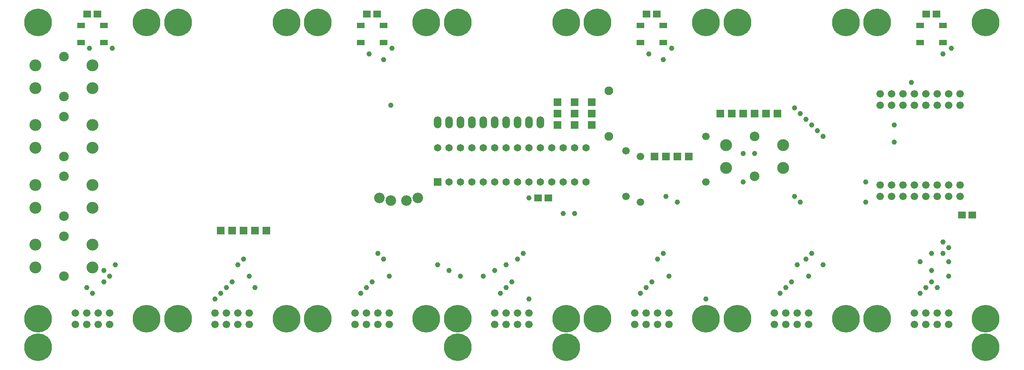
<source format=gbr>
G04 DesignSpark PCB Gerber Version 11.0 Build 5877*
%FSLAX35Y35*%
%MOIN*%
%ADD83O,0.06600X0.10600*%
%ADD80R,0.06500X0.06500*%
%ADD84R,0.06600X0.06600*%
%ADD18C,0.04600*%
%ADD81C,0.06500*%
%ADD71C,0.06600*%
%ADD126C,0.07687*%
%ADD97C,0.08474*%
%ADD98C,0.09261*%
%ADD82C,0.10443*%
%ADD70C,0.24222*%
%ADD90R,0.06899X0.04537*%
%ADD85R,0.06600X0.06100*%
X0Y0D02*
D02*
D18*
X60600Y70600D03*
X63100Y280600D03*
X65600Y65600D03*
X75600Y75600D03*
Y85600D03*
X80600Y80600D03*
X83100Y280600D03*
X85600Y90600D03*
X173100Y60600D03*
X178100Y65600D03*
D03*
X183100Y70600D03*
X188100Y75600D03*
X193100Y90600D03*
X198100Y95600D03*
X203100Y80600D03*
X208100Y70600D03*
X300600Y65600D03*
X305600Y70600D03*
X308100Y275600D03*
X310600Y75600D03*
X315600Y100600D03*
X320600Y95600D03*
Y270600D03*
X325600Y80600D03*
X326850Y230600D03*
X328100Y280600D03*
X368100Y90600D03*
X378100Y85600D03*
X388100Y80600D03*
X408100D03*
X418100Y85600D03*
X423100Y65600D03*
X428100Y70600D03*
Y90600D03*
X433100Y75600D03*
X438100Y95600D03*
X443100Y100600D03*
X448100Y60600D03*
Y149350D03*
X478100Y135600D03*
X488100D03*
X545600Y65600D03*
X550600Y70600D03*
X553100Y275600D03*
X555600Y75600D03*
X560600Y95600D03*
X565600Y100600D03*
Y270600D03*
X568100Y150600D03*
X570600Y80600D03*
X573100Y280600D03*
X578100Y145600D03*
X603100Y60600D03*
X635600Y163100D03*
Y188100D03*
X645600D03*
X668100Y65600D03*
X673100Y70600D03*
X678100Y75600D03*
X680600Y150600D03*
Y228100D03*
X683100Y90600D03*
X685600Y145600D03*
Y223100D03*
X690600Y95600D03*
Y218100D03*
X693100Y80600D03*
X695600Y100600D03*
Y213100D03*
X700600Y208100D03*
X705600Y90600D03*
Y203100D03*
X743100Y145600D03*
Y163100D03*
X768100Y198100D03*
Y213100D03*
X783100Y250600D03*
X790600Y65600D03*
Y93100D03*
X795600Y70600D03*
X800600Y75600D03*
Y85600D03*
Y100600D03*
X805600Y70600D03*
X810600Y100600D03*
Y110600D03*
Y275600D03*
X815600Y80600D03*
Y93100D03*
Y105600D03*
X818100Y280600D03*
D02*
D70*
X18100Y18100D03*
Y43100D03*
Y303100D03*
X113100Y43100D03*
Y303100D03*
X140600Y43100D03*
Y303100D03*
X235600Y43100D03*
Y303100D03*
X263100Y43100D03*
Y303100D03*
X358100Y43100D03*
Y303100D03*
X385600Y18100D03*
Y43100D03*
Y303100D03*
X480600Y18100D03*
Y43100D03*
Y303100D03*
X508100Y43100D03*
Y303100D03*
X603100Y43100D03*
Y303100D03*
X630600Y43100D03*
Y303100D03*
X725600Y43100D03*
Y303100D03*
X753100Y43100D03*
Y303100D03*
X848100Y18100D03*
Y43100D03*
Y303100D03*
D02*
D71*
X50600Y38100D03*
Y48100D03*
X60600Y38100D03*
Y48100D03*
X70600Y38100D03*
Y48100D03*
X80600Y38100D03*
Y48100D03*
X173100Y38100D03*
Y48100D03*
X183100Y38100D03*
Y48100D03*
X193100Y38100D03*
Y48100D03*
X203100Y38100D03*
Y48100D03*
X295600Y38100D03*
Y48100D03*
X305600Y38100D03*
Y48100D03*
X315600Y38100D03*
Y48100D03*
X325600Y38100D03*
Y48100D03*
X418100Y38100D03*
Y48100D03*
X428100Y38100D03*
Y48100D03*
X438100Y38100D03*
Y48100D03*
X448100Y38100D03*
Y48100D03*
X533100Y150600D03*
Y190600D03*
X540600Y38100D03*
Y48100D03*
X545600Y145600D03*
Y185600D03*
X550600Y38100D03*
Y48100D03*
X560600Y38100D03*
Y48100D03*
X570600Y38100D03*
Y48100D03*
X603100Y163100D03*
Y203100D03*
X663100Y38100D03*
Y48100D03*
X673100Y38100D03*
Y48100D03*
X683100Y38100D03*
Y48100D03*
X693100Y38100D03*
Y48100D03*
X755600Y150600D03*
Y160600D03*
Y230600D03*
Y240600D03*
X765600Y150600D03*
Y160600D03*
Y230600D03*
Y240600D03*
X775600Y150600D03*
Y160600D03*
Y230600D03*
Y240600D03*
X785600Y38100D03*
Y48100D03*
Y150600D03*
Y160600D03*
Y230600D03*
Y240600D03*
X795600Y38100D03*
Y48100D03*
Y150600D03*
Y160600D03*
Y230600D03*
Y240600D03*
X805600Y38100D03*
Y48100D03*
Y150600D03*
Y160600D03*
Y230600D03*
Y240600D03*
X815600Y38100D03*
Y48100D03*
Y150600D03*
Y160600D03*
Y230600D03*
Y240600D03*
X825600Y150600D03*
Y160600D03*
Y230600D03*
Y240600D03*
D02*
D80*
X368100Y163100D03*
D02*
D81*
Y193100D03*
X378100Y163100D03*
Y193100D03*
X388100Y163100D03*
Y193100D03*
X398100Y163100D03*
Y193100D03*
X408100Y163100D03*
Y193100D03*
X418100Y163100D03*
Y193100D03*
X428100Y163100D03*
Y193100D03*
X438100Y163100D03*
Y193100D03*
X448100Y163100D03*
Y193100D03*
X458100Y163100D03*
Y193100D03*
X468100Y163100D03*
Y193100D03*
X478100Y163100D03*
Y193100D03*
X488100Y163100D03*
Y193100D03*
X498100Y163100D03*
Y193100D03*
D02*
D82*
X15600Y88100D03*
Y108100D03*
Y140600D03*
Y160600D03*
Y193100D03*
Y213100D03*
Y245600D03*
Y265600D03*
X65600Y88100D03*
Y108100D03*
Y140600D03*
Y160600D03*
Y193100D03*
Y213100D03*
Y245600D03*
Y265600D03*
X620600Y175600D03*
Y195600D03*
X670600Y175600D03*
Y195600D03*
D02*
D83*
X368100Y215600D03*
X378100D03*
X388100D03*
X398100D03*
X408100D03*
X418100D03*
X428100D03*
X438100D03*
X448100D03*
X458100D03*
D02*
D84*
X178100Y120600D03*
X188100D03*
X198100D03*
X208100D03*
X218100D03*
X473100Y213100D03*
Y223100D03*
Y233100D03*
X488100Y213100D03*
Y223100D03*
Y233100D03*
X503100Y213100D03*
Y223100D03*
Y233100D03*
X558100Y185600D03*
X568100D03*
X578100D03*
X588100D03*
X615600Y223100D03*
X625600D03*
X635600D03*
X645600D03*
X655600D03*
X665600D03*
D02*
D85*
X61100Y310600D03*
X70100D03*
X306100D03*
X315100D03*
X456100Y149350D03*
X465100D03*
X551100Y310600D03*
X560100D03*
X796100D03*
X805100D03*
X827350Y134350D03*
X836350D03*
D02*
D90*
X55600Y285600D03*
Y300600D03*
X75600Y285600D03*
Y300600D03*
X300600Y285600D03*
Y300600D03*
X320600Y285600D03*
Y300600D03*
X545600Y285600D03*
Y300600D03*
X565600Y285600D03*
Y300600D03*
X790600Y285600D03*
Y300600D03*
X810600Y285600D03*
Y300600D03*
D02*
D97*
X40600Y80600D03*
Y115600D03*
Y133100D03*
Y168100D03*
Y185600D03*
Y220600D03*
Y238100D03*
Y273100D03*
X645600Y168100D03*
Y203100D03*
D02*
D98*
X316850Y149350D03*
X326850Y146850D03*
X340600D03*
X350600Y149350D03*
D02*
D126*
X518100Y203100D03*
Y243100D03*
X0Y0D02*
M02*

</source>
